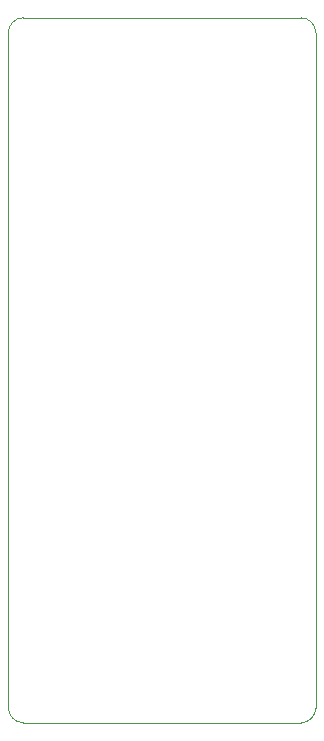
<source format=gbr>
G04 #@! TF.GenerationSoftware,KiCad,Pcbnew,(5.1.4-0-10_14)*
G04 #@! TF.CreationDate,2020-05-01T15:25:26-07:00*
G04 #@! TF.ProjectId,ServoPower2,53657276-6f50-46f7-9765-72322e6b6963,rev?*
G04 #@! TF.SameCoordinates,Original*
G04 #@! TF.FileFunction,Profile,NP*
%FSLAX46Y46*%
G04 Gerber Fmt 4.6, Leading zero omitted, Abs format (unit mm)*
G04 Created by KiCad (PCBNEW (5.1.4-0-10_14)) date 2020-05-01 15:25:26*
%MOMM*%
%LPD*%
G04 APERTURE LIST*
%ADD10C,0.050000*%
%ADD11C,0.100000*%
G04 APERTURE END LIST*
D10*
X168910000Y-59690000D02*
G75*
G02X170180000Y-60960000I0J-1270000D01*
G01*
X144145000Y-60960000D02*
G75*
G02X145415000Y-59690000I1270000J0D01*
G01*
X170180000Y-118110000D02*
G75*
G02X168910000Y-119380000I-1270000J0D01*
G01*
X145415000Y-119380000D02*
G75*
G02X144145000Y-118110000I0J1270000D01*
G01*
D11*
X170180000Y-118110000D02*
X170180000Y-60960000D01*
X145415000Y-119380000D02*
X168910000Y-119380000D01*
X144145000Y-60960000D02*
X144145000Y-118110000D01*
X168910000Y-59690000D02*
X145415000Y-59690000D01*
M02*

</source>
